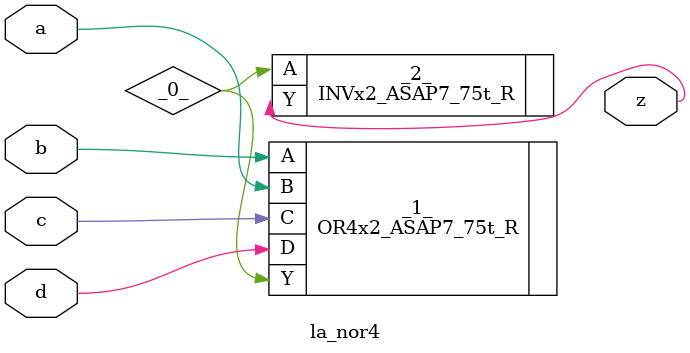
<source format=v>
/* Generated by Yosys 0.37 (git sha1 a5c7f69ed, clang 14.0.0-1ubuntu1.1 -fPIC -Os) */

module la_nor4(a, b, c, d, z);
  wire _0_;
  input a;
  wire a;
  input b;
  wire b;
  input c;
  wire c;
  input d;
  wire d;
  output z;
  wire z;
  OR4x2_ASAP7_75t_R _1_ (
    .A(b),
    .B(a),
    .C(c),
    .D(d),
    .Y(_0_)
  );
  INVx2_ASAP7_75t_R _2_ (
    .A(_0_),
    .Y(z)
  );
endmodule

</source>
